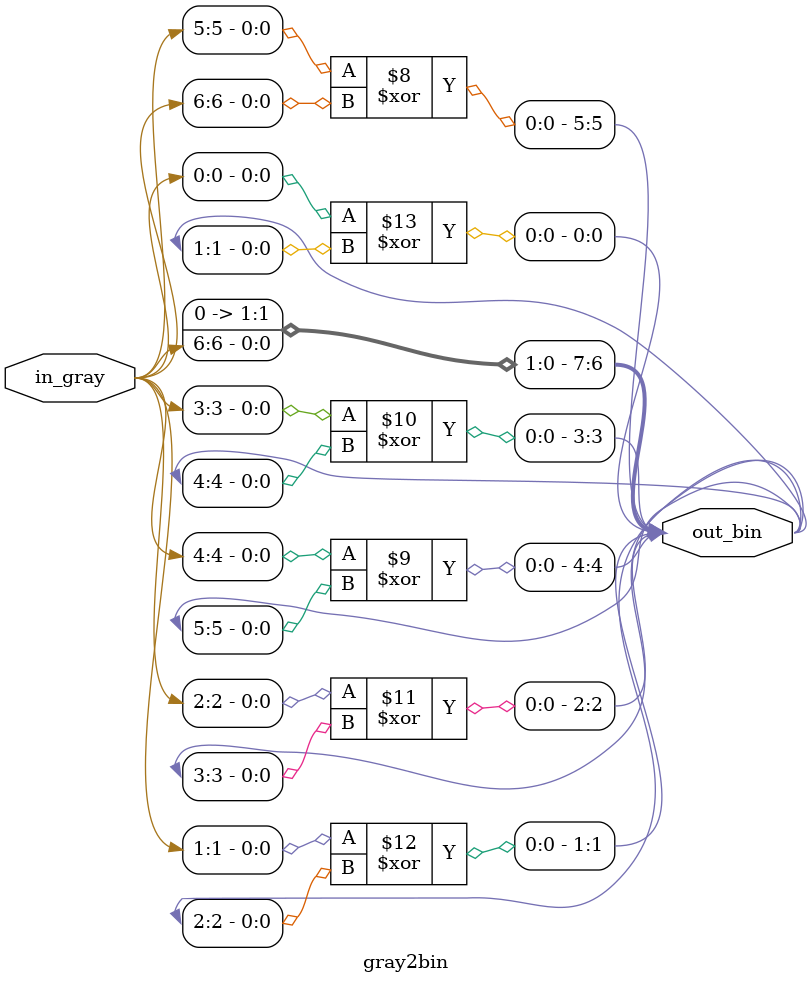
<source format=sv>

module bin2gray #(
    parameter BIT_WIDTH = 8
)
(
    input logic [BIT_WIDTH-1:0] in_bin,
    output logic [BIT_WIDTH-1:0] out_gray
);
    always_comb begin
        out_gray[BIT_WIDTH-1] = in_bin[BIT_WIDTH-1];
        for (int i=BIT_WIDTH-2; i>=0; i--) begin
            out_gray[i] = in_bin[i] ^ in_bin[i+1];
        end
    end
endmodule : bin2gray


//              GRAY To BINARY
// in_gray3 +-+------------------------------------------+ out_bin3
//            |
//            |  +-------+
//            +--+       |
//               | =A^B  +-+-----------------------------+ out_bin2
//               |  XOR  | |
// in_gray2 +----+       | |
//               +-------+ |
//                         | +-------+
//                         +-+       |
//                           | =A^B  +-+-----------------+ out_bin1
//                           |  XOR  | |
// in_gray1 +----------------+       | |
//                           +-------+ |
//                                     | +-------+
//                                     +-+       |
//                                       | =A^B  +-------- out_bin0
//                                       |  XOR  |
// in_gray0 +----------------------------+       |
//                                       +-------+

module gray2bin #(
    parameter BIT_WIDTH = 8
)
(
    input logic [BIT_WIDTH-1:0] in_gray,
    output logic [BIT_WIDTH-1:0] out_bin
);
    always_comb begin
        out_bin[BIT_WIDTH-1:0] = in_gray[BIT_WIDTH-1];
        for (int i=BIT_WIDTH-2; i>=0; i--) begin
            out_bin[i] = in_gray[i] ^ out_bin[i+1];
        end
    end
endmodule : gray2bin
</source>
